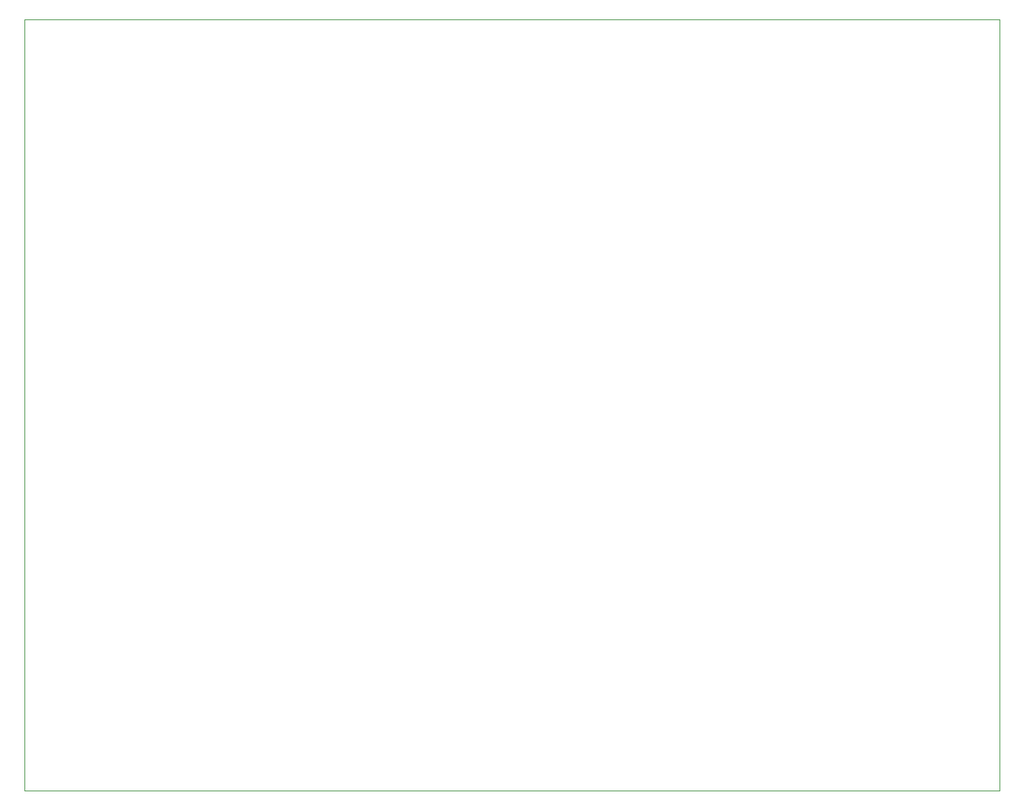
<source format=gbr>
%TF.GenerationSoftware,KiCad,Pcbnew,(6.0.0-0)*%
%TF.CreationDate,2022-10-28T11:21:17-04:00*%
%TF.ProjectId,PEC_Prognostic_Board,5045435f-5072-46f6-976e-6f737469635f,1.2*%
%TF.SameCoordinates,Original*%
%TF.FileFunction,Profile,NP*%
%FSLAX46Y46*%
G04 Gerber Fmt 4.6, Leading zero omitted, Abs format (unit mm)*
G04 Created by KiCad (PCBNEW (6.0.0-0)) date 2022-10-28 11:21:17*
%MOMM*%
%LPD*%
G01*
G04 APERTURE LIST*
%TA.AperFunction,Profile*%
%ADD10C,0.100000*%
%TD*%
G04 APERTURE END LIST*
D10*
X69500000Y-40000000D02*
X184150000Y-40000000D01*
X184150000Y-40000000D02*
X184150000Y-130690000D01*
X184150000Y-130690000D02*
X69500000Y-130690000D01*
X69500000Y-130690000D02*
X69500000Y-40000000D01*
M02*

</source>
